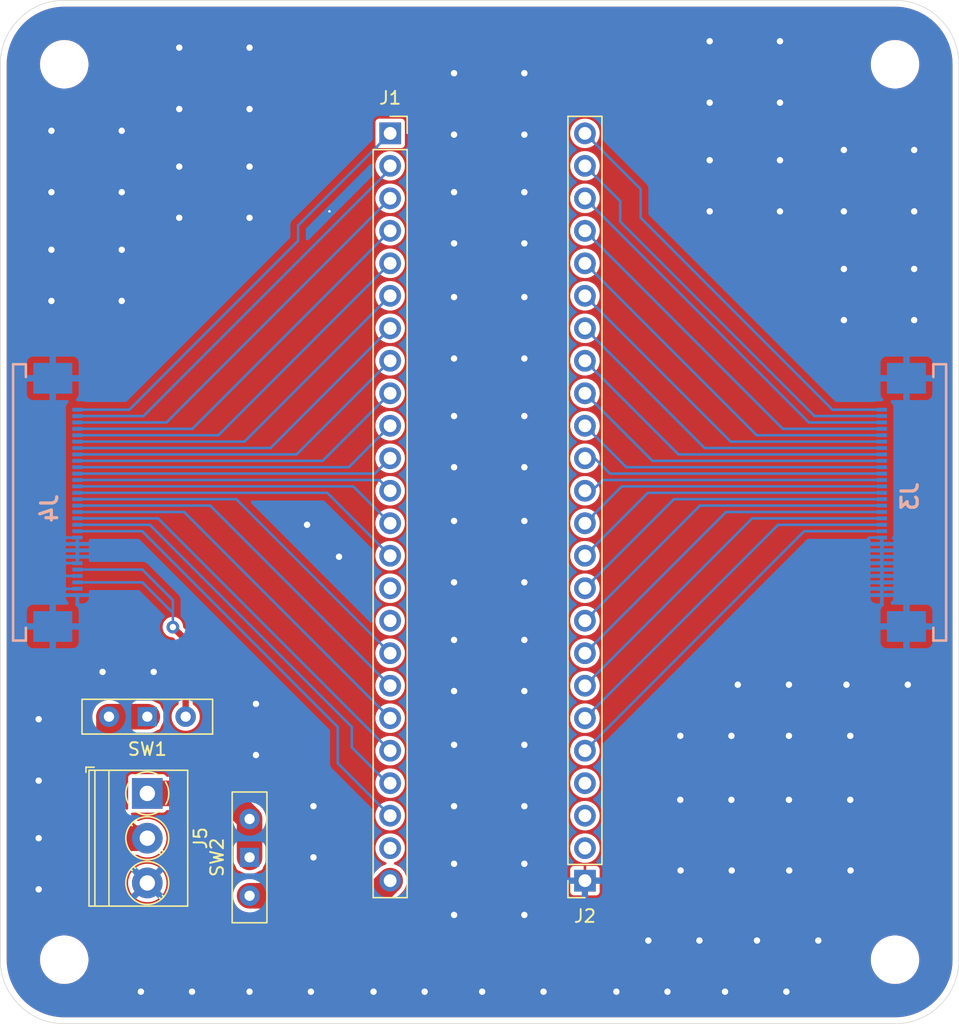
<source format=kicad_pcb>
(kicad_pcb (version 20240108) (generator "pcbnew") (generator_version "8.0")
  (layers (0 "F.Cu" signal) (31 "B.Cu" signal) (34 "B.Paste" user) (35 "F.Paste" user) (36 "B.SilkS" user "B.Silkscreen") (37 "F.SilkS" user "F.Silkscreen") (38 "B.Mask" user) (39 "F.Mask" user) (44 "Edge.Cuts" user))
  (net 0 "")
  (net 1 "/SDA12")
  (net 2 "/SCL10")
  (net 3 "/VCCF")
  (net 4 "/INT5")
  (net 5 "/SDA9")
  (net 6 "/SCL9")
  (net 7 "/SDA15")
  (net 8 "/SDA11")
  (net 9 "/SDA10")
  (net 10 "/SDA14")
  (net 11 "/SCL15")
  (net 12 "/SCL14")
  (net 13 "/SCL11")
  (net 14 "/SCL16")
  (net 15 "/SDA16")
  (net 17 "/INT8")
  (net 18 "/SCL13")
  (net 19 "/SDA13")
  (net 20 "/SCL12")
  (net 21 "/INT6")
  (net 23 "/INT7")
  (net 24 "/SCL6")
  (net 25 "/SCL2")
  (net 26 "/INT4")
  (net 27 "/SDA2")
  (net 28 "/SDA8")
  (net 29 "/SDA6")
  (net 32 "/GND")
  (net 33 "/SCL7")
  (net 34 "/SDA1")
  (net 35 "/SCL3")
  (net 36 "/SCL5")
  (net 37 "/SCL1")
  (net 38 "/INT3")
  (net 40 "/SCL8")
  (net 41 "/INT1")
  (net 42 "/SCL4")
  (net 43 "/SDA7")
  (net 44 "/SDA3")
  (net 45 "/INT2")
  (net 46 "/SDA4")
  (net 47 "/SDA5")
  (net 48 "/VCCS")
  (net 50 "/VCC5")
  (net 51 "/VCC3V3")
  (footprint "Connector_PinSocket_2.54mm:PinSocket_1x24_P2.54mm_Vertical" (layer "F.Cu") (at 54 25.4)
    (property "Reference" "J1" (at 0 -2.77 0) (layer "F.SilkS"))
    (property "Value" "~")
    (fp_line (start -1.33 1.27) (end -1.33 59.75) (stroke (width 0.12)) (layer "F.SilkS"))
    (fp_line (start -1.33 1.27) (end 1.33 1.27) (stroke (width 0.12)) (layer "F.SilkS"))
    (fp_line (start -1.33 59.75) (end 1.33 59.75) (stroke (width 0.12)) (layer "F.SilkS"))
    (fp_line (start 0 -1.33) (end 1.33 -1.33) (stroke (width 0.12)) (layer "F.SilkS"))
    (fp_line (start 1.33 -1.33) (end 1.33 0) (stroke (width 0.12)) (layer "F.SilkS"))
    (fp_line (start 1.33 1.27) (end 1.33 59.75) (stroke (width 0.12)) (layer "F.SilkS"))
    (pad "1" thru_hole rect (at 0 0) (size 1.7 1.7) (drill 1) (layers "*.Cu" "*.Mask") (net 4 "/INT5"))
    (pad "2" thru_hole oval (at 0 2.54) (size 1.7 1.7) (drill 1) (layers "*.Cu" "*.Mask") (net 6 "/SCL9"))
    (pad "3" thru_hole oval (at 0 5.08) (size 1.7 1.7) (drill 1) (layers "*.Cu" "*.Mask") (net 5 "/SDA9"))
    (pad "4" thru_hole oval (at 0 7.62) (size 1.7 1.7) (drill 1) (layers "*.Cu" "*.Mask") (net 2 "/SCL10"))
    (pad "5" thru_hole oval (at 0 10.16) (size 1.7 1.7) (drill 1) (layers "*.Cu" "*.Mask") (net 9 "/SDA10"))
    (pad "6" thru_hole oval (at 0 12.7) (size 1.7 1.7) (drill 1) (layers "*.Cu" "*.Mask") (net 21 "/INT6"))
    (pad "7" thru_hole oval (at 0 15.24) (size 1.7 1.7) (drill 1) (layers "*.Cu" "*.Mask") (net 13 "/SCL11"))
    (pad "8" thru_hole oval (at 0 17.78) (size 1.7 1.7) (drill 1) (layers "*.Cu" "*.Mask") (net 8 "/SDA11"))
    (pad "9" thru_hole oval (at 0 20.32) (size 1.7 1.7) (drill 1) (layers "*.Cu" "*.Mask") (net 20 "/SCL12"))
    (pad "10" thru_hole oval (at 0 22.86) (size 1.7 1.7) (drill 1) (layers "*.Cu" "*.Mask") (net 1 "/SDA12"))
    (pad "11" thru_hole oval (at 0 25.4) (size 1.7 1.7) (drill 1) (layers "*.Cu" "*.Mask") (net 23 "/INT7"))
    (pad "12" thru_hole oval (at 0 27.94) (size 1.7 1.7) (drill 1) (layers "*.Cu" "*.Mask") (net 18 "/SCL13"))
    (pad "13" thru_hole oval (at 0 30.48) (size 1.7 1.7) (drill 1) (layers "*.Cu" "*.Mask") (net 19 "/SDA13"))
    (pad "14" thru_hole oval (at 0 33.02) (size 1.7 1.7) (drill 1) (layers "*.Cu" "*.Mask") (net 12 "/SCL14"))
    (pad "15" thru_hole oval (at 0 35.56) (size 1.7 1.7) (drill 1) (layers "*.Cu" "*.Mask"))
    (pad "16" thru_hole oval (at 0 38.1) (size 1.7 1.7) (drill 1) (layers "*.Cu" "*.Mask"))
    (pad "17" thru_hole oval (at 0 40.64) (size 1.7 1.7) (drill 1) (layers "*.Cu" "*.Mask") (net 10 "/SDA14"))
    (pad "18" thru_hole oval (at 0 43.18) (size 1.7 1.7) (drill 1) (layers "*.Cu" "*.Mask") (net 17 "/INT8"))
    (pad "19" thru_hole oval (at 0 45.72) (size 1.7 1.7) (drill 1) (layers "*.Cu" "*.Mask") (net 11 "/SCL15"))
    (pad "20" thru_hole oval (at 0 48.26) (size 1.7 1.7) (drill 1) (layers "*.Cu" "*.Mask") (net 7 "/SDA15"))
    (pad "21" thru_hole oval (at 0 50.8) (size 1.7 1.7) (drill 1) (layers "*.Cu" "*.Mask") (net 14 "/SCL16"))
    (pad "22" thru_hole oval (at 0 53.34) (size 1.7 1.7) (drill 1) (layers "*.Cu" "*.Mask") (net 15 "/SDA16"))
    (pad "23" thru_hole oval (at 0 55.88) (size 1.7 1.7) (drill 1) (layers "*.Cu" "*.Mask"))
    (pad "24" thru_hole oval (at 0 58.42) (size 1.7 1.7) (drill 1) (layers "*.Cu" "*.Mask") (net 3 "/VCCF"))
  )
  (footprint "MountingHole:MountingHole_3.2mm_M3" (layer "F.Cu") (at 28.5 90)
    (property "Reference" "REF**" (hide yes))
    (property "Value" "MountingHole_3.2mm_M3" (hide yes))
    (pad "" np_thru_hole circle (at 0 0) (size 3.2 3.2) (drill 3.2) (layers "*.Cu" "*.Mask"))
  )
  (footprint "MountingHole:MountingHole_3.2mm_M3" (layer "F.Cu") (at 93.5 20)
    (property "Reference" "REF**" (hide yes))
    (property "Value" "MountingHole_3.2mm_M3" (hide yes))
    (pad "" np_thru_hole circle (at 0 0) (size 3.2 3.2) (drill 3.2) (layers "*.Cu" "*.Mask"))
  )
  (footprint "MountingHole:MountingHole_3.2mm_M3" (layer "F.Cu") (at 28.5 20)
    (property "Reference" "REF**" (hide yes))
    (property "Value" "MountingHole_3.2mm_M3" (hide yes))
    (pad "" np_thru_hole circle (at 0 0) (size 3.2 3.2) (drill 3.2) (layers "*.Cu" "*.Mask"))
  )
  (footprint "MountingHole:MountingHole_3.2mm_M3" (layer "F.Cu") (at 93.5 90)
    (property "Reference" "REF**" (hide yes))
    (property "Value" "MountingHole_3.2mm_M3" (hide yes))
    (pad "" np_thru_hole circle (at 0 0) (size 3.2 3.2) (drill 3.2) (layers "*.Cu" "*.Mask"))
  )
  (footprint "Connector_PinSocket_2.54mm:PinSocket_1x24_P2.54mm_Vertical" (layer "F.Cu") (at 69.2404 83.82 180)
    (property "Reference" "J2" (at 0 -2.77 0) (layer "F.SilkS"))
    (property "Value" "Conn_01x24_Socket" (hide yes))
    (fp_line (start 1.33 1.27) (end 1.33 59.75) (stroke (width 0.12)) (layer "F.SilkS"))
    (fp_line (start 1.33 -1.33) (end 1.33 0) (stroke (width 0.12)) (layer "F.SilkS"))
    (fp_line (start 0 -1.33) (end 1.33 -1.33) (stroke (width 0.12)) (layer "F.SilkS"))
    (fp_line (start -1.33 59.75) (end 1.33 59.75) (stroke (width 0.12)) (layer "F.SilkS"))
    (fp_line (start -1.33 1.27) (end 1.33 1.27) (stroke (width 0.12)) (layer "F.SilkS"))
    (fp_line (start -1.33 1.27) (end -1.33 59.75) (stroke (width 0.12)) (layer "F.SilkS"))
    (pad "1" thru_hole rect (at 0 0 180) (size 1.7 1.7) (drill 1) (layers "*.Cu" "*.Mask") (net 32 "/GND"))
    (pad "2" thru_hole oval (at 0 2.54 180) (size 1.7 1.7) (drill 1) (layers "*.Cu" "*.Mask"))
    (pad "3" thru_hole oval (at 0 5.08 180) (size 1.7 1.7) (drill 1) (layers "*.Cu" "*.Mask"))
    (pad "4" thru_hole oval (at 0 7.62 180) (size 1.7 1.7) (drill 1) (layers "*.Cu" "*.Mask"))
    (pad "5" thru_hole oval (at 0 10.16 180) (size 1.7 1.7) (drill 1) (layers "*.Cu" "*.Mask") (net 28 "/SDA8"))
    (pad "6" thru_hole oval (at 0 12.7 180) (size 1.7 1.7) (drill 1) (layers "*.Cu" "*.Mask") (net 40 "/SCL8"))
    (pad "7" thru_hole oval (at 0 15.24 180) (size 1.7 1.7) (drill 1) (layers "*.Cu" "*.Mask") (net 43 "/SDA7"))
    (pad "8" thru_hole oval (at 0 17.78 180) (size 1.7 1.7) (drill 1) (layers "*.Cu" "*.Mask") (net 33 "/SCL7"))
    (pad "9" thru_hole oval (at 0 20.32 180) (size 1.7 1.7) (drill 1) (layers "*.Cu" "*.Mask") (net 26 "/INT4"))
    (pad "10" thru_hole oval (at 0 22.86 180) (size 1.7 1.7) (drill 1) (layers "*.Cu" "*.Mask") (net 29 "/SDA6"))
    (pad "11" thru_hole oval (at 0 25.4 180) (size 1.7 1.7) (drill 1) (layers "*.Cu" "*.Mask") (net 24 "/SCL6"))
    (pad "12" thru_hole oval (at 0 27.94 180) (size 1.7 1.7) (drill 1) (layers "*.Cu" "*.Mask") (net 47 "/SDA5"))
    (pad "13" thru_hole oval (at 0 30.48 180) (size 1.7 1.7) (drill 1) (layers "*.Cu" "*.Mask") (net 36 "/SCL5"))
    (pad "14" thru_hole oval (at 0 33.02 180) (size 1.7 1.7) (drill 1) (layers "*.Cu" "*.Mask") (net 38 "/INT3"))
    (pad "15" thru_hole oval (at 0 35.56 180) (size 1.7 1.7) (drill 1) (layers "*.Cu" "*.Mask") (net 46 "/SDA4"))
    (pad "16" thru_hole oval (at 0 38.1 180) (size 1.7 1.7) (drill 1) (layers "*.Cu" "*.Mask") (net 42 "/SCL4"))
    (pad "17" thru_hole oval (at 0 40.64 180) (size 1.7 1.7) (drill 1) (layers "*.Cu" "*.Mask") (net 44 "/SDA3"))
    (pad "18" thru_hole oval (at 0 43.18 180) (size 1.7 1.7) (drill 1) (layers "*.Cu" "*.Mask") (net 35 "/SCL3"))
    (pad "19" thru_hole oval (at 0 45.72 180) (size 1.7 1.7) (drill 1) (layers "*.Cu" "*.Mask") (net 45 "/INT2"))
    (pad "20" thru_hole oval (at 0 48.26 180) (size 1.7 1.7) (drill 1) (layers "*.Cu" "*.Mask") (net 27 "/SDA2"))
    (pad "21" thru_hole oval (at 0 50.8 180) (size 1.7 1.7) (drill 1) (layers "*.Cu" "*.Mask") (net 25 "/SCL2"))
    (pad "22" thru_hole oval (at 0 53.34 180) (size 1.7 1.7) (drill 1) (layers "*.Cu" "*.Mask") (net 34 "/SDA1"))
    (pad "23" thru_hole oval (at 0 55.88 180) (size 1.7 1.7) (drill 1) (layers "*.Cu" "*.Mask") (net 37 "/SCL1"))
    (pad "24" thru_hole oval (at 0 58.42 180) (size 1.7 1.7) (drill 1) (layers "*.Cu" "*.Mask") (net 41 "/INT1"))
  )
  (footprint "Custom_Switches:SPDT Switch 3 mm" (layer "F.Cu") (at 43 82 90)
    (property "Reference" "SW2" (at 0 -2.54 90) (layer "F.SilkS"))
    (property "Value" "FPGA PWR")
    (fp_rect (start -5.11 -1.36) (end 5.11 1.36) (stroke (width 0.12)) (fill none) (layer "F.SilkS"))
    (pad "1" thru_hole rect (at 0 0 90) (size 1.5 1.5) (drill 0.8) (layers "*.Cu" "*.Mask") (net 50 "/VCC5"))
    (pad "2" thru_hole circle (at -3 0 90) (size 1.6 1.6) (drill 0.8) (layers "*.Cu" "*.Mask") (net 3 "/VCCF"))
    (pad "3" thru_hole circle (at 3 0 90) (size 1.6 1.6) (drill 0.8) (layers "*.Cu" "*.Mask") (net 50 "/VCC5"))
  )
  (footprint "TerminalBlock_Phoenix:TerminalBlock_Phoenix_PT-1,5-3-3.5-H_1x03_P3.50mm_Horizontal" (layer "F.Cu") (at 35 77 -90)
    (property "Reference" "J5" (at 3.5 -4.16 -90) (layer "F.SilkS"))
    (property "Value" "PWR")
    (fp_line (start -2.05 4.8) (end -1.65 4.8) (stroke (width 0.12)) (layer "F.SilkS"))
    (fp_line (start -1.81 4.56) (end 8.81 4.56) (stroke (width 0.12)) (layer "F.SilkS"))
    (fp_line (start -2.05 4.16) (end -2.05 4.8) (stroke (width 0.12)) (layer "F.SilkS"))
    (fp_line (start -1.81 4.1) (end 8.81 4.1) (stroke (width 0.12)) (layer "F.SilkS"))
    (fp_line (start -1.81 3) (end 8.81 3) (stroke (width 0.12)) (layer "F.SilkS"))
    (fp_line (start 2.525 1.181) (end 2.431 1.274) (stroke (width 0.12)) (layer "F.SilkS"))
    (fp_line (start 6.025 1.181) (end 5.931 1.274) (stroke (width 0.12)) (layer "F.SilkS"))
    (fp_line (start 2.355 0.941) (end 2.226 1.069) (stroke (width 0.12)) (layer "F.SilkS"))
    (fp_line (start 5.855 0.941) (end 5.726 1.069) (stroke (width 0.12)) (layer "F.SilkS"))
    (fp_line (start 4.775 -1.069) (end 4.646 -0.941) (stroke (width 0.12)) (layer "F.SilkS"))
    (fp_line (start 8.275 -1.069) (end 8.146 -0.941) (stroke (width 0.12)) (layer "F.SilkS"))
    (fp_line (start 4.57 -1.275) (end 4.476 -1.181) (stroke (width 0.12)) (layer "F.SilkS"))
    (fp_line (start 8.07 -1.275) (end 7.976 -1.181) (stroke (width 0.12)) (layer "F.SilkS"))
    (fp_line (start -1.81 -3.16) (end -1.81 4.56) (stroke (width 0.12)) (layer "F.SilkS"))
    (fp_line (start -1.81 -3.16) (end 8.81 -3.16) (stroke (width 0.12)) (layer "F.SilkS"))
    (fp_line (start 8.81 -3.16) (end 8.81 4.56) (stroke (width 0.12)) (layer "F.SilkS"))
    (fp_arc (start 0.028674 1.680099) (mid -0.435535 1.622918) (end -0.866 1.44) (stroke (width 0.12)) (layer "F.SilkS"))
    (fp_arc (start 0.890264 1.424721) (mid 0.463071 1.61492) (end 0 1.68) (stroke (width 0.12)) (layer "F.SilkS"))
    (fp_arc (start -1.425358 0.889894) (mid -1.680286 0.014012) (end -1.44 -0.866) (stroke (width 0.12)) (layer "F.SilkS"))
    (fp_arc (start 1.425504 -0.890193) (mid 1.680626 0.000476) (end 1.425 0.891) (stroke (width 0.12)) (layer "F.SilkS"))
    (fp_arc (start -0.889894 -1.425358) (mid -0.014012 -1.680286) (end 0.866 -1.44) (stroke (width 0.12)) (layer "F.SilkS"))
    (fp_circle (center 3.5 0) (end 5.18 0) (stroke (width 0.12)) (fill none) (layer "F.SilkS"))
    (fp_circle (center 7 0) (end 8.68 0) (stroke (width 0.12)) (fill none) (layer "F.SilkS"))
    (pad "1" thru_hole rect (at 0 0 270) (size 2.4 2.4) (drill 1.2) (layers "*.Cu" "*.Mask") (net 50 "/VCC5"))
    (pad "2" thru_hole circle (at 3.5 0 270) (size 2.4 2.4) (drill 1.2) (layers "*.Cu" "*.Mask") (net 51 "/VCC3V3"))
    (pad "3" thru_hole circle (at 7 0 270) (size 2.4 2.4) (drill 1.2) (layers "*.Cu" "*.Mask") (net 32 "/GND"))
  )
  (footprint "Custom_Switches:SPDT Switch 3 mm" (layer "F.Cu") (at 35 71 180)
    (property "Reference" "SW1" (at 0 -2.54 0) (layer "F.SilkS"))
    (property "Value" "Sensor PWR")
    (fp_rect (start -5.11 -1.36) (end 5.11 1.36) (stroke (width 0.12)) (fill none) (layer "F.SilkS"))
    (pad "1" thru_hole rect (at 0 0 180) (size 1.5 1.5) (drill 0.8) (layers "*.Cu" "*.Mask") (net 51 "/VCC3V3"))
    (pad "2" thru_hole circle (at -3 0 180) (size 1.6 1.6) (drill 0.8) (layers "*.Cu" "*.Mask") (net 48 "/VCCS"))
    (pad "3" thru_hole circle (at 3 0 180) (size 1.6 1.6) (drill 0.8) (layers "*.Cu" "*.Mask") (net 51 "/VCC3V3"))
  )
  (footprint "Conn_Molex:52435-3071" (layer "B.Cu") (at 93 54.25 -90)
    (property "Reference" "J3" (at -0.47 -1.66 90) (layer "B.SilkS") (effects (font (size 1.27 1.27) (thickness 0.254)) (justify mirror)))
    (property "Value" "Conn_01x32_Pin" (hide yes))
    (fp_line (start -10.8 -3.5) (end -9.8 -3.5) (stroke (width 0.2)) (layer "B.SilkS"))
    (fp_line (start 9.8 -3.5) (end 10.8 -3.5) (stroke (width 0.2)) (layer "B.SilkS"))
    (fp_line (start 10.8 -3.5) (end 10.8 -4.5) (stroke (width 0.2)) (layer "B.SilkS"))
    (fp_line (start -10.8 -4.5) (end -10.8 -3.5) (stroke (width 0.2)) (layer "B.SilkS"))
    (fp_line (start 10.8 -4.5) (end -10.8 -4.5) (stroke (width 0.2)) (layer "B.SilkS"))
    (pad "1" smd rect (at -7.25 0.53 270) (size 0.3 0.8) (layers "B.Cu" "B.Paste" "B.Mask") (net 41 "/INT1"))
    (pad "2" smd rect (at -6.75 0.53 270) (size 0.3 0.8) (layers "B.Cu" "B.Paste" "B.Mask") (net 37 "/SCL1"))
    (pad "3" smd rect (at -6.25 0.53 270) (size 0.3 0.8) (layers "B.Cu" "B.Paste" "B.Mask") (net 34 "/SDA1"))
    (pad "4" smd rect (at -5.75 0.53 270) (size 0.3 0.8) (layers "B.Cu" "B.Paste" "B.Mask") (net 25 "/SCL2"))
    (pad "5" smd rect (at -5.25 0.53 270) (size 0.3 0.8) (layers "B.Cu" "B.Paste" "B.Mask") (net 27 "/SDA2"))
    (pad "6" smd rect (at -4.75 0.53 270) (size 0.3 0.8) (layers "B.Cu" "B.Paste" "B.Mask") (net 45 "/INT2"))
    (pad "7" smd rect (at -4.25 0.53 270) (size 0.3 0.8) (layers "B.Cu" "B.Paste" "B.Mask") (net 35 "/SCL3"))
    (pad "8" smd rect (at -3.75 0.53 270) (size 0.3 0.8) (layers "B.Cu" "B.Paste" "B.Mask") (net 44 "/SDA3"))
    (pad "9" smd rect (at -3.25 0.53 270) (size 0.3 0.8) (layers "B.Cu" "B.Paste" "B.Mask") (net 42 "/SCL4"))
    (pad "10" smd rect (at -2.75 0.53 270) (size 0.3 0.8) (layers "B.Cu" "B.Paste" "B.Mask") (net 46 "/SDA4"))
    (pad "11" smd rect (at -2.25 0.53 270) (size 0.3 0.8) (layers "B.Cu" "B.Paste" "B.Mask") (net 38 "/INT3"))
    (pad "12" smd rect (at -1.75 0.53 270) (size 0.3 0.8) (layers "B.Cu" "B.Paste" "B.Mask") (net 36 "/SCL5"))
    (pad "13" smd rect (at -1.25 0.53 270) (size 0.3 0.8) (layers "B.Cu" "B.Paste" "B.Mask") (net 47 "/SDA5"))
    (pad "14" smd rect (at -0.75 0.53 270) (size 0.3 0.8) (layers "B.Cu" "B.Paste" "B.Mask") (net 24 "/SCL6"))
    (pad "15" smd rect (at -0.25 0.53 270) (size 0.3 0.8) (layers "B.Cu" "B.Paste" "B.Mask") (net 29 "/SDA6"))
    (pad "16" smd rect (at 0.25 0.53 270) (size 0.3 0.8) (layers "B.Cu" "B.Paste" "B.Mask") (net 26 "/INT4"))
    (pad "17" smd rect (at 0.75 0.53 270) (size 0.3 0.8) (layers "B.Cu" "B.Paste" "B.Mask") (net 33 "/SCL7"))
    (pad "18" smd rect (at 1.25 0.53 270) (size 0.3 0.8) (layers "B.Cu" "B.Paste" "B.Mask") (net 43 "/SDA7"))
    (pad "19" smd rect (at 1.75 0.53 270) (size 0.3 0.8) (layers "B.Cu" "B.Paste" "B.Mask") (net 40 "/SCL8"))
    (pad "20" smd rect (at 2.25 0.53 270) (size 0.3 0.8) (layers "B.Cu" "B.Paste" "B.Mask") (net 28 "/SDA8"))
    (pad "21" smd rect (at 2.75 0.53 270) (size 0.3 0.8) (layers "B.Cu" "B.Paste" "B.Mask") (net 32 "/GND"))
    (pad "22" smd rect (at 3.25 0.53 270) (size 0.3 0.8) (layers "B.Cu" "B.Paste" "B.Mask") (net 32 "/GND"))
    (pad "23" smd rect (at 3.75 0.53 270) (size 0.3 0.8) (layers "B.Cu" "B.Paste" "B.Mask") (net 32 "/GND"))
    (pad "24" smd rect (at 4.25 0.53 270) (size 0.3 0.8) (layers "B.Cu" "B.Paste" "B.Mask") (net 32 "/GND"))
    (pad "25" smd rect (at 4.75 0.53 270) (size 0.3 0.8) (layers "B.Cu" "B.Paste" "B.Mask") (net 32 "/GND"))
    (pad "26" smd rect (at 5.25 0.53 270) (size 0.3 0.8) (layers "B.Cu" "B.Paste" "B.Mask") (net 32 "/GND"))
    (pad "27" smd rect (at 5.75 0.53 270) (size 0.3 0.8) (layers "B.Cu" "B.Paste" "B.Mask") (net 32 "/GND"))
    (pad "28" smd rect (at 6.25 0.53 270) (size 0.3 0.8) (layers "B.Cu" "B.Paste" "B.Mask") (net 32 "/GND"))
    (pad "29" smd rect (at 6.75 0.53 270) (size 0.3 0.8) (layers "B.Cu" "B.Paste" "B.Mask") (net 32 "/GND"))
    (pad "30" smd rect (at 7.25 0.53 270) (size 0.3 0.8) (layers "B.Cu" "B.Paste" "B.Mask") (net 32 "/GND"))
    (pad "31" smd rect (at -9.7 -1.395 270) (size 2.4 3.05) (layers "B.Cu" "B.Paste" "B.Mask") (net 32 "/GND"))
    (pad "32" smd rect (at 9.7 -1.395 270) (size 2.4 3.05) (layers "B.Cu" "B.Paste" "B.Mask") (net 32 "/GND"))
  )
  (footprint "Conn_Molex:52435-3071" (layer "B.Cu") (at 29 54.25 90)
    (property "Reference" "J4" (at -0.47 -1.66 90) (layer "B.SilkS") (effects (font (size 1.27 1.27) (thickness 0.254)) (justify mirror)))
    (property "Value" "Conn_01x32_Pin" (hide yes))
    (fp_line (start 10.8 -4.5) (end -10.8 -4.5) (stroke (width 0.2)) (layer "B.SilkS"))
    (fp_line (start -10.8 -4.5) (end -10.8 -3.5) (stroke (width 0.2)) (layer "B.SilkS"))
    (fp_line (start 10.8 -3.5) (end 10.8 -4.5) (stroke (width 0.2)) (layer "B.SilkS"))
    (fp_line (start 9.8 -3.5) (end 10.8 -3.5) (stroke (width 0.2)) (layer "B.SilkS"))
    (fp_line (start -10.8 -3.5) (end -9.8 -3.5) (stroke (width 0.2)) (layer "B.SilkS"))
    (pad "1" smd rect (at -7.25 0.53 90) (size 0.3 0.8) (layers "B.Cu" "B.Paste" "B.Mask") (net 32 "/GND"))
    (pad "2" smd rect (at -6.75 0.53 90) (size 0.3 0.8) (layers "B.Cu" "B.Paste" "B.Mask") (net 32 "/GND"))
    (pad "3" smd rect (at -6.25 0.53 90) (size 0.3 0.8) (layers "B.Cu" "B.Paste" "B.Mask") (net 48 "/VCCS"))
    (pad "4" smd rect (at -5.75 0.53 90) (size 0.3 0.8) (layers "B.Cu" "B.Paste" "B.Mask") (net 32 "/GND"))
    (pad "5" smd rect (at -5.25 0.53 90) (size 0.3 0.8) (layers "B.Cu" "B.Paste" "B.Mask") (net 48 "/VCCS"))
    (pad "6" smd rect (at -4.75 0.53 90) (size 0.3 0.8) (layers "B.Cu" "B.Paste" "B.Mask") (net 32 "/GND"))
    (pad "7" smd rect (at -4.25 0.53 90) (size 0.3 0.8) (layers "B.Cu" "B.Paste" "B.Mask") (net 32 "/GND"))
    (pad "8" smd rect (at -3.75 0.53 90) (size 0.3 0.8) (layers "B.Cu" "B.Paste" "B.Mask") (net 32 "/GND"))
    (pad "9" smd rect (at -3.25 0.53 90) (size 0.3 0.8) (layers "B.Cu" "B.Paste" "B.Mask") (net 32 "/GND"))
    (pad "10" smd rect (at -2.75 0.53 90) (size 0.3 0.8) (layers "B.Cu" "B.Paste" "B.Mask") (net 32 "/GND"))
    (pad "11" smd rect (at -2.25 0.53 90) (size 0.3 0.8) (layers "B.Cu" "B.Paste" "B.Mask") (net 15 "/SDA16"))
    (pad "12" smd rect (at -1.75 0.53 90) (size 0.3 0.8) (layers "B.Cu" "B.Paste" "B.Mask") (net 14 "/SCL16"))
    (pad "13" smd rect (at -1.25 0.53 90) (size 0.3 0.8) (layers "B.Cu" "B.Paste" "B.Mask") (net 7 "/SDA15"))
    (pad "14" smd rect (at -0.75 0.53 90) (size 0.3 0.8) (layers "B.Cu" "B.Paste" "B.Mask") (net 11 "/SCL15"))
    (pad "15" smd rect (at -0.25 0.53 90) (size 0.3 0.8) (layers "B.Cu" "B.Paste" "B.Mask") (net 17 "/INT8"))
    (pad "16" smd rect (at 0.25 0.53 90) (size 0.3 0.8) (layers "B.Cu" "B.Paste" "B.Mask") (net 10 "/SDA14"))
    (pad "17" smd rect (at 0.75 0.53 90) (size 0.3 0.8) (layers "B.Cu" "B.Paste" "B.Mask") (net 12 "/SCL14"))
    (pad "18" smd rect (at 1.25 0.53 90) (size 0.3 0.8) (layers "B.Cu" "B.Paste" "B.Mask") (net 19 "/SDA13"))
    (pad "19" smd rect (at 1.75 0.53 90) (size 0.3 0.8) (layers "B.Cu" "B.Paste" "B.Mask") (net 18 "/SCL13"))
    (pad "20" smd rect (at 2.25 0.53 90) (size 0.3 0.8) (layers "B.Cu" "B.Paste" "B.Mask") (net 23 "/INT7"))
    (pad "21" smd rect (at 2.75 0.53 90) (size 0.3 0.8) (layers "B.Cu" "B.Paste" "B.Mask") (net 1 "/SDA12"))
    (pad "22" smd rect (at 3.25 0.53 90) (size 0.3 0.8) (layers "B.Cu" "B.Paste" "B.Mask") (net 20 "/SCL12"))
    (pad "23" smd rect (at 3.75 0.53 90) (size 0.3 0.8) (layers "B.Cu" "B.Paste" "B.Mask") (net 8 "/SDA11"))
    (pad "24" smd rect (at 4.25 0.53 90) (size 0.3 0.8) (layers "B.Cu" "B.Paste" "B.Mask") (net 13 "/SCL11"))
    (pad "25" smd rect (at 4.75 0.53 90) (size 0.3 0.8) (layers "B.Cu" "B.Paste" "B.Mask") (net 21 "/INT6"))
    (pad "26" smd rect (at 5.25 0.53 90) (size 0.3 0.8) (layers "B.Cu" "B.Paste" "B.Mask") (net 9 "/SDA10"))
    (pad "27" smd rect (at 5.75 0.53 90) (size 0.3 0.8) (layers "B.Cu" "B.Paste" "B.Mask") (net 2 "/SCL10"))
    (pad "28" smd rect (at 6.25 0.53 90) (size 0.3 0.8) (layers "B.Cu" "B.Paste" "B.Mask") (net 5 "/SDA9"))
    (pad "29" smd rect (at 6.75 0.53 90) (size 0.3 0.8) (layers "B.Cu" "B.Paste" "B.Mask") (net 6 "/SCL9"))
    (pad "30" smd rect (at 7.25 0.53 90) (size 0.3 0.8) (layers "B.Cu" "B.Paste" "B.Mask") (net 4 "/INT5"))
    (pad "31" smd rect (at -9.7 -1.395 90) (size 2.4 3.05) (layers "B.Cu" "B.Paste" "B.Mask") (net 32 "/GND"))
    (pad "32" smd rect (at 9.7 -1.395 90) (size 2.4 3.05) (layers "B.Cu" "B.Paste" "B.Mask") (net 32 "/GND"))
  )
  (gr_arc (start 28.5 95) (mid 24.964466 93.535534) (end 23.5 90) (stroke (width 0.05)) (layer "Edge.Cuts"))
  (gr_arc (start 23.5 20) (mid 24.964466 16.464466) (end 28.5 15) (stroke (width 0.05)) (layer "Edge.Cuts"))
  (gr_arc (start 93.5 15) (mid 97.035534 16.464466) (end 98.5 20) (stroke (width 0.05)) (layer "Edge.Cuts"))
  (gr_line (start 98.5 20) (end 98.5 90) (stroke (width 0.05)) (layer "Edge.Cuts"))
  (gr_line (start 23.5 90) (end 23.5 20) (stroke (width 0.05)) (layer "Edge.Cuts"))
  (gr_arc (start 98.5 90) (mid 97.035534 93.535534) (end 93.5 95) (stroke (width 0.05)) (layer "Edge.Cuts"))
  (gr_line (start 28.5 15) (end 93.5 15) (stroke (width 0.05)) (layer "Edge.Cuts"))
  (gr_line (start 93.5 95) (end 28.5 95) (stroke (width 0.05)) (layer "Edge.Cuts"))
  (segment (start 50.76 51.5) (end 29.53 51.5) (width 0.2) (layer "B.Cu") (net 1))
  (segment (start 54 48.26) (end 50.76 51.5) (width 0.2) (layer "B.Cu") (net 1))
  (segment (start 38.52 48.5) (end 54 33.02) (width 0.2) (layer "B.Cu") (net 2))
  (segment (start 29.53 48.5) (end 38.52 48.5) (width 0.2) (layer "B.Cu") (net 2))
  (segment (start 43 85) (end 52.82 85) (width 2) (layer "F.Cu") (net 3))
  (segment (start 52.82 85) (end 54 83.82) (width 2) (layer "F.Cu") (net 3))
  (segment (start 46.8 33.8) (end 33.6 47) (width 0.2) (layer "B.Cu") (net 4))
  (segment (start 46.8 32.6) (end 46.8 33.8) (width 0.2) (layer "B.Cu") (net 4))
  (segment (start 33.6 47) (end 29.53 47) (width 0.2) (layer "B.Cu") (net 4))
  (segment (start 54 25.4) (end 46.8 32.6) (width 0.2) (layer "B.Cu") (net 4))
  (segment (start 54 30.5) (end 54 30.48) (width 0.2) (layer "B.Cu") (net 5))
  (segment (start 29.53 48) (end 36.5 48) (width 0.2) (layer "B.Cu") (net 5))
  (segment (start 36.5 48) (end 54 30.5) (width 0.2) (layer "B.Cu") (net 5))
  (segment (start 29.53 47.5) (end 34.7 47.5) (width 0.2) (layer "B.Cu") (net 6))
  (segment (start 34.7 47.5) (end 54 28.2) (width 0.2) (layer "B.Cu") (net 6))
  (segment (start 54 28.2) (end 54 27.94) (width 0.2) (layer "B.Cu") (net 6))
  (segment (start 35.84 55.5) (end 29.53 55.5) (width 0.2) (layer "B.Cu") (net 7))
  (segment (start 54 73.66) (end 35.84 55.5) (width 0.2) (layer "B.Cu") (net 7))
  (segment (start 46.68 50.5) (end 29.53 50.5) (width 0.2) (layer "B.Cu") (net 8))
  (segment (start 54 43.18) (end 46.68 50.5) (width 0.2) (layer "B.Cu") (net 8))
  (segment (start 40.56 49) (end 54 35.56) (width 0.2) (layer "B.Cu") (net 9))
  (segment (start 29.53 49) (end 40.56 49) (width 0.2) (layer "B.Cu") (net 9))
  (segment (start 41.96 54) (end 29.53 54) (width 0.2) (layer "B.Cu") (net 10))
  (segment (start 54 66.04) (end 41.96 54) (width 0.2) (layer "B.Cu") (net 10))
  (segment (start 37.88 55) (end 29.53 55) (width 0.2) (layer "B.Cu") (net 11))
  (segment (start 54 71.12) (end 37.88 55) (width 0.2) (layer "B.Cu") (net 11))
  (segment (start 49.08 53.5) (end 29.53 53.5) (width 0.2) (layer "B.Cu") (net 12))
  (segment (start 54 58.42) (end 49.08 53.5) (width 0.2) (layer "B.Cu") (net 12))
  (segment (start 44.64 50) (end 29.53 50) (width 0.2) (layer "B.Cu") (net 13))
  (segment (start 54 40.64) (end 44.64 50) (width 0.2) (layer "B.Cu") (net 13))
  (segment (start 29.53 56) (end 35.2 56) (width 0.2) (layer "B.Cu") (net 14))
  (segment (start 51 73.4) (end 53.8 76.2) (width 0.2) (layer "B.Cu") (net 14))
  (segment (start 51 71.8) (end 51 73.4) (width 0.2) (layer "B.Cu") (net 14))
  (segment (start 53.8 76.2) (end 54 76.2) (width 0.2) (layer "B.Cu") (net 14))
  (segment (start 35.2 56) (end 51 71.8) (width 0.2) (layer "B.Cu") (net 14))
  (segment (start 49.9 71.8) (end 34.6 56.5) (width 0.2) (layer "B.Cu") (net 15))
  (segment (start 34.6 56.5) (end 29.53 56.5) (width 0.2) (layer "B.Cu") (net 15))
  (segment (start 49.9 74.64) (end 49.9 71.8) (width 0.2) (layer "B.Cu") (net 15))
  (segment (start 54 78.74) (end 49.9 74.64) (width 0.2) (layer "B.Cu") (net 15))
  (segment (start 54 68.58) (end 39.92 54.5) (width 0.2) (layer "B.Cu") (net 17))
  (segment (start 39.92 54.5) (end 29.53 54.5) (width 0.2) (layer "B.Cu") (net 17))
  (segment (start 54 53.34) (end 53.16 52.5) (width 0.2) (layer "B.Cu") (net 18))
  (segment (start 53.16 52.5) (end 29.53 52.5) (width 0.2) (layer "B.Cu") (net 18))
  (segment (start 54 55.88) (end 51.12 53) (width 0.2) (layer "B.Cu") (net 19))
  (segment (start 51.12 53) (end 29.53 53) (width 0.2) (layer "B.Cu") (net 19))
  (segment (start 48.72 51) (end 29.53 51) (width 0.2) (layer "B.Cu") (net 20))
  (segment (start 54 45.72) (end 48.72 51) (width 0.2) (layer "B.Cu") (net 20))
  (segment (start 54 38.1) (end 42.6 49.5) (width 0.2) (layer "B.Cu") (net 21))
  (segment (start 42.6 49.5) (end 29.53 49.5) (width 0.2) (layer "B.Cu") (net 21))
  (segment (start 52.8 52) (end 29.53 52) (width 0.2) (layer "B.Cu") (net 23))
  (segment (start 54 50.8) (end 52.8 52) (width 0.2) (layer "B.Cu") (net 23))
  (segment (start 74.16 53.5) (end 92.47 53.5) (width 0.2) (layer "B.Cu") (net 24))
  (segment (start 69.9008 58.3184) (end 69.9008 57.7592) (width 0.2) (layer "B.Cu") (net 24))
  (segment (start 69.9008 57.7592) (end 74.16 53.5) (width 0.2) (layer "B.Cu") (net 24))
  (segment (start 69.9008 32.9184) (end 69.9008 33.6808) (width 0.2) (layer "B.Cu") (net 25))
  (segment (start 84.72 48.5) (end 92.47 48.5) (width 0.2) (layer "B.Cu") (net 25))
  (segment (start 69.9008 33.6808) (end 84.72 48.5) (width 0.2) (layer "B.Cu") (net 25))
  (segment (start 69.9008 62.8392) (end 78.24 54.5) (width 0.2) (layer "B.Cu") (net 26))
  (segment (start 69.9008 63.3984) (end 69.9008 62.8392) (width 0.2) (layer "B.Cu") (net 26))
  (segment (start 78.24 54.5) (end 92.47 54.5) (width 0.2) (layer "B.Cu") (net 26))
  (segment (start 69.9008 35.4584) (end 69.9008 36.2208) (width 0.2) (layer "B.Cu") (net 27))
  (segment (start 69.9008 36.2208) (end 82.68 49) (width 0.2) (layer "B.Cu") (net 27))
  (segment (start 82.68 49) (end 92.47 49) (width 0.2) (layer "B.Cu") (net 27))
  (segment (start 69.9008 72.9992) (end 86.4 56.5) (width 0.2) (layer "B.Cu") (net 28))
  (segment (start 69.9008 73.5584) (end 69.9008 72.9992) (width 0.2) (layer "B.Cu") (net 28))
  (segment (start 86.4 56.5) (end 92.47 56.5) (width 0.2) (layer "B.Cu") (net 28))
  (segment (start 76.2 54) (end 92.47 54) (width 0.2) (layer "B.Cu") (net 29))
  (segment (start 69.9008 60.2992) (end 76.2 54) (width 0.2) (layer "B.Cu") (net 29))
  (segment (start 69.9008 60.8584) (end 69.9008 60.2992) (width 0.2) (layer "B.Cu") (net 29))
  (via (at 49.25 31.5) (size 0.4) (drill 0.2) (layers "F.Cu" "B.Cu") (net 32))
  (via (at 34.5 92.5) (size 1) (drill 0.5) (layers "F.Cu" "B.Cu") (net 32))
  (via (at 64.5 73.2) (size 1) (drill 0.5) (layers "F.Cu" "B.Cu") (net 32))
  (via (at 90 77.5) (size 1) (drill 0.5) (layers "F.Cu" "B.Cu") (net 32))
  (via (at 59 38.2) (size 1) (drill 0.5) (layers "F.Cu" "B.Cu") (net 32))
  (via (at 27.5 30) (size 1) (drill 0.5) (layers "F.Cu" "B.Cu") (net 32))
  (via (at 95 31.5) (size 1) (drill 0.5) (layers "F.Cu" "B.Cu") (net 32))
  (via (at 33 30) (size 1) (drill 0.5) (layers "F.Cu" "B.Cu") (net 32))
  (via (at 27.5 34.5) (size 1) (drill 0.5) (layers "F.Cu" "B.Cu") (net 32))
  (via (at 59 69) (size 1) (drill 0.5) (layers "F.Cu" "B.Cu") (net 32))
  (via (at 59 47.5) (size 1) (drill 0.5) (layers "F.Cu" "B.Cu") (net 32))
  (via (at 61.2 92.5) (size 1) (drill 0.5) (layers "F.Cu" "B.Cu") (net 32))
  (via (at 79 23) (size 1) (drill 0.5) (layers "F.Cu" "B.Cu") (net 32))
  (via (at 75.7 92.5) (size 1) (drill 0.5) (layers "F.Cu" "B.Cu") (net 32))
  (via (at 64.5 38.2) (size 1) (drill 0.5) (layers "F.Cu" "B.Cu") (net 32))
  (via (at 64.5 34) (size 1) (drill 0.5) (layers "F.Cu" "B.Cu") (net 32))
  (via (at 59 55.7) (size 1) (drill 0.5) (layers "F.Cu" "B.Cu") (net 32))
  (via (at 95 26.7) (size 1) (drill 0.5) (layers "F.Cu" "B.Cu") (net 32))
  (via (at 80.7 72.5) (size 1) (drill 0.5) (layers "F.Cu" "B.Cu") (net 32))
  (via (at 43 92.5) (size 1) (drill 0.5) (layers "F.Cu" "B.Cu") (net 32))
  (via (at 50 58.5) (size 1) (drill 0.5) (layers "F.Cu" "B.Cu") (net 32))
  (via (at 79 18.2) (size 1) (drill 0.5) (layers "F.Cu" "B.Cu") (net 32))
  (via (at 90.023858 83.025474) (size 1) (drill 0.5) (layers "F.Cu" "B.Cu") (net 32))
  (via (at 48 82) (size 1) (drill 0.5) (layers "F.Cu" "B.Cu") (net 32))
  (via (at 27.5 38.5) (size 1) (drill 0.5) (layers "F.Cu" "B.Cu") (net 32))
  (via (at 43 18.7) (size 1) (drill 0.5) (layers "F.Cu" "B.Cu") (net 32))
  (via (at 43 23.5) (size 1) (drill 0.5) (layers "F.Cu" "B.Cu") (net 32))
  (via (at 94.5 68.5) (size 1) (drill 0.5) (layers "F.Cu" "B.Cu") (net 32))
  (via (at 37.5 32) (size 1) (drill 0.5) (layers "F.Cu" "B.Cu") (net 32))
  (via (at 52.7 92.5) (size 1) (drill 0.5) (layers "F.Cu" "B.Cu") (net 32))
  (via (at 81.2 68.5) (size 1) (drill 0.5) (layers "F.Cu" "B.Cu") (net 32))
  (via (at 33 38.5) (size 1) (drill 0.5) (layers "F.Cu" "B.Cu") (net 32))
  (via (at 64.5 78) (size 1) (drill 0.5) (layers "F.Cu" "B.Cu") (net 32))
  (via (at 33 25.2) (size 1) (drill 0.5) (layers "F.Cu" "B.Cu") (net 32))
  (via (at 95 40) (size 1) (drill 0.5) (layers "F.Cu" "B.Cu") (net 32))
  (via (at 74.2 88.5) (size 1) (drill 0.5) (layers "F.Cu" "B.Cu") (net 32))
  (via (at 27.5 25.2) (size 1) (drill 0.5) (layers "F.Cu" "B.Cu") (net 32))
  (via (at 85.2 72.5) (size 1) (drill 0.5) (layers "F.Cu" "B.Cu") (net 32))
  (via (at 59 34) (size 1) (drill 0.5) (layers "F.Cu" "B.Cu") (net 32))
  (via (at 84.5 31.5) (size 1) (drill 0.5) (layers "F.Cu" "B.Cu") (net 32))
  (via (at 89.7 68.5) (size 1) (drill 0.5) (layers "F.Cu" "B.Cu") (net 32))
  (via (at 26.5 84.5) (size 1) (drill 0.5) (layers "F.Cu" "B.Cu") (net 32))
  (via (at 78.2 88.5) (size 1) (drill 0.5) (layers "F.Cu" "B.Cu") (net 32))
  (via (at 82.7 88.5) (size 1) (drill 0.5) (layers "F.Cu" "B.Cu") (net 32))
  (via (at 64.5 69) (size 1) (drill 0.5) (layers "F.Cu" "B.Cu") (net 32))
  (via (at 64.5 30) (size 1) (drill 0.5) (layers "F.Cu" "B.Cu") (net 32))
  (via (at 59 43) (size 1) (drill 0.5) (layers "F.Cu" "B.Cu") (net 32))
  (via (at 79 31.5) (size 1) (drill 0.5) (layers "F.Cu" "B.Cu") (net 32))
  (via (at 87.5 88.5) (size 1) (drill 0.5) (layers "F.Cu" "B.Cu") (net 32))
  (via (at 59 51.5) (size 1) (drill 0.5) (layers "F.Cu" "B.Cu") (net 32))
  (via (at 56.7 92.5) (size 1) (drill 0.5) (layers "F.Cu" "B.Cu") (net 32))
  (via (at 80.2 92.5) (size 1) (drill 0.5) (layers "F.Cu" "B.Cu") (net 32))
  (via (at 95 36) (size 1) (drill 0.5) (layers "F.Cu" "B.Cu") (net 32))
  (via (at 76.7 72.5) (size 1) (drill 0.5) (layers "F.Cu" "B.Cu") (net 32))
  (via (at 37.5 18.7) (size 1) (drill 0.5) (layers "F.Cu" "B.Cu") (net 32))
  (via (at 59 30) (size 1) (drill 0.5) (layers "F.Cu" "B.Cu") (net 32))
  (via (at 43.5 70) (size 1) (drill 0.5) (layers "F.Cu" "B.Cu") (net 32))
  (via (at 84.5 23) (size 1) (drill 0.5) (layers "F.Cu" "B.Cu") (net 32))
  (via (at 76.723858 83.025474) (size 1) (drill 0.5) (layers "F.Cu" "B.Cu") (net 32))
  (via (at 48 78) (size 1) (drill 0.5) (layers "F.Cu" "B.Cu") (net 32))
  (via (at 80.7 77.5) (size 1) (drill 0.5) (layers "F.Cu" "B.Cu") (net 32))
  (via (at 38.5 92.5) (size 1) (drill 0.5) (layers "F.Cu" "B.Cu") (net 32))
  (via (at 43 32) (size 1) (drill 0.5) (layers "F.Cu" "B.Cu") (net 32))
  (via (at 59 86.5) (size 1) (drill 0.5) (layers "F.Cu" "B.Cu") (net 32))
  (via (at 59 82.5) (size 1) (drill 0.5) (layers "F.Cu" "B.Cu") (net 32))
  (via (at 26.5 71.2) (size 1) (drill 0.5) (layers "F.Cu" "B.Cu") (net 32))
  (via (at 89.5 40) (size 1) (drill 0.5) (layers "F.Cu" "B.Cu") (net 32))
  (via (at 71.7 92.5) (size 1) (drill 0.5) (layers "F.Cu" "B.Cu") (net 32))
  (via (at 59 25.5) (size 1) (drill 0.5) (layers "F.Cu" "B.Cu") (net 32))
  (via (at 84.5 18.2) (size 1) (drill 0.5) (layers "F.Cu" "B.Cu") (net 32))
  (via (at 37.5 23.5) (size 1) (drill 0.5) (layers "F.Cu" "B.Cu") (net 32))
  (via (at 59 65) (size 1) (drill 0.5) (layers "F.Cu" "B.Cu") (net 32))
  (via (at 64.5 65) (size 1) (drill 0.5) (layers "F.Cu" "B.Cu") (net 32))
  (via (at 64.5 20.7) (size 1) (drill 0.5) (layers "F.Cu" "B.Cu") (net 32))
  (via (at 80.723858 83.025474) (size 1) (drill 0.5) (layers "F.Cu" "B.Cu") (net 32))
  (via (at 85.2 68.5) (size 1) (drill 0.5) (layers "F.Cu" "B.Cu") (net 32))
  (via (at 66 92.5) (size 1) (drill 0.5) (layers "F.Cu" "B.Cu") (net 32))
  (via (at 64.5 47.5) (size 1) (drill 0.5) (layers "F.Cu" "B.Cu") (net 32))
  (via (at 43.5 74) (size 1) (drill 0.5) (layers "F.Cu" "B.Cu") (net 32))
  (via (at 47.5 56) (size 1) (drill 0.5) (layers "F.Cu" "B.Cu") (net 32))
  (via (at 64.5 82.5) (size 1) (drill 0.5) (layers "F.Cu" "B.Cu") (net 32))
  (via (at 79 27.5) (size 1) (drill 0.5) (layers "F.Cu" "B.Cu") (net 32))
  (via (at 84.5 27.5) (size 1) (drill 0.5) (layers "F.Cu" "B.Cu") (net 32))
  (via (at 37.5 28) (size 1) (drill 0.5) (layers "F.Cu" "B.Cu") (net 32))
  (via (at 31.5 67.5) (size 1) (drill 0.5) (layers "F.Cu" "B.Cu") (net 32))
  (via (at 35.5 67.5) (size 1) (drill 0.5) (layers "F.Cu" "B.Cu") (net 32))
  (via (at 64.5 55.7) (size 1) (drill 0.5) (layers "F.Cu" "B.Cu") (net 32))
  (via (at 89.5 36) (size 1) (drill 0.5) (layers "F.Cu" "B.Cu") (net 32))
  (via (at 85.2 77.5) (size 1) (drill 0.5) (layers "F.Cu" "B.Cu") (net 32))
  (via (at 64.5 25.5) (size 1) (drill 0.5) (layers "F.Cu" "B.Cu") (net 32))
  (via (at 76.7 77.5) (size 1) (drill 0.5) (layers "F.Cu" "B.Cu") (net 32))
  (via (at 59 73.2) (size 1) (drill 0.5) (layers "F.Cu" "B.Cu") (net 32))
  (via (at 64.5 43) (size 1) (drill 0.5) (layers "F.Cu" "B.Cu") (net 32))
  (via (at 26.5 76) (size 1) (drill 0.5) (layers "F.Cu" "B.Cu") (net 32))
  (via (at 64.5 86.5) (size 1) (drill 0.5) (layers "F.Cu" "B.Cu") (net 32))
  (via (at 59 78) (size 1) (drill 0.5) (layers "F.Cu" "B.Cu") (net 32))
  (via (at 64.5 51.5) (size 1) (drill 0.5) (layers "F.Cu" "B.Cu") (net 32))
  (via (at 59 20.7) (size 1) (drill 0.5) (layers "F.Cu" "B.Cu") (net 32))
  (via (at 85.223858 83.025474) (size 1) (drill 0.5) (layers "F.Cu" "B.Cu") (net 32))
  (via (at 26.5 80.5) (size 1) (drill 0.5) (layers "F.Cu" "B.Cu") (net 32))
  (via (at 33 34.5) (size 1) (drill 0.5) (layers "F.Cu" "B.Cu") (net 32))
  (via (at 47.8 92.5) (size 1) (drill 0.5) (layers "F.Cu" "B.Cu") (net 32))
  (via (at 59 60.5) (size 1) (drill 0.5) (layers "F.Cu" "B.Cu") (net 32))
  (via (at 89.5 31.5) (size 1) (drill 0.5) (layers "F.Cu" "B.Cu") (net 32))
  (via (at 64.5 60.5) (size 1) (drill 0.5) (layers "F.Cu" "B.Cu") (net 32))
  (via (at 90 72.5) (size 1) (drill 0.5) (layers "F.Cu" "B.Cu") (net 32))
  (via (at 85 92.5) (size 1) (drill 0.5) (layers "F.Cu" "B.Cu") (net 32))
  (via (at 43 28) (size 1) (drill 0.5) (layers "F.Cu" "B.Cu") (net 32))
  (via (at 89.5 26.7) (size 1) (drill 0.5) (layers "F.Cu" "B.Cu") (net 32))
  (segment (start 92.47 57) (end 91.5 57) (width 0.2) (layer "B.Cu") (net 32))
  (segment (start 29.53 57) (end 28 57) (width 0.2) (layer "B.Cu") (net 32))
  (segment (start 91.5 57) (end 91 57.5) (width 0.2) (layer "B.Cu") (net 32))
  (segment (start 29.53 60) (end 28 60) (width 0.2) (layer "B.Cu") (net 32))
  (segment (start 29.53 61) (end 28 61) (width 0.2) (layer "B.Cu") (net 32))
  (segment (start 92.47 57) (end 92.47 57.5) (width 0.2) (layer "B.Cu") (net 32))
  (segment (start 29.53 59) (end 28 59) (width 0.2) (layer "B.Cu") (net 32))
  (segment (start 69.9008 65.3792) (end 80.28 55) (width 0.2) (layer "B.Cu") (net 33))
  (segment (start 80.28 55) (end 92.47 55) (width 0.2) (layer "B.Cu") (net 33))
  (segment (start 69.9008 65.9384) (end 69.9008 65.3792) (width 0.2) (layer "B.Cu") (net 33))
  (segment (start 86.76 48) (end 92.47 48) (width 0.2) (layer "B.Cu") (net 34))
  (segment (start 69.9008 31.1408) (end 86.76 48) (width 0.2) (layer "B.Cu") (net 34))
  (segment (start 69.9008 30.3784) (end 69.9008 31.1408) (width 0.2) (layer "B.Cu") (net 34))
  (segment (start 69.9008 40.5384) (end 69.9008 41.3008) (width 0.2) (layer "B.Cu") (net 35))
  (segment (start 78.6 50) (end 92.47 50) (width 0.2) (layer "B.Cu") (net 35))
  (segment (start 69.9008 41.3008) (end 78.6 50) (width 0.2) (layer "B.Cu") (net 35))
  (segment (start 69.9008 53.2384) (end 70.6392 52.5) (width 0.2) (layer "B.Cu") (net 36))
  (segment (start 70.6392 52.5) (end 92.47 52.5) (width 0.2) (layer "B.Cu") (net 36))
  (segment (start 72 30.7) (end 72 32.3) (width 0.2) (layer "B.Cu") (net 37))
  (segment (start 69.9008 27.8384) (end 69.9008 28.6008) (width 0.2) (layer "B.Cu") (net 37))
  (segment (start 87.2 47.5) (end 92.47 47.5) (width 0.2) (layer "B.Cu") (net 37))
  (segment (start 69.9008 28.6008) (end 72 30.7) (width 0.2) (layer "B.Cu") (net 37))
  (segment (start 72 32.3) (end 87.2 47.5) (width 0.2) (layer "B.Cu") (net 37))
  (segment (start 69.9008 50.6984) (end 71.2024 52) (width 0.2) (layer "B.Cu") (net 38))
  (segment (start 71.2024 52) (end 92.47 52) (width 0.2) (layer "B.Cu") (net 38))
  (segment (start 69.9008 71.0184) (end 69.9008 70.4592) (width 0.2) (layer "B.Cu") (net 40))
  (segment (start 84.36 56) (end 92.47 56) (width 0.2) (layer "B.Cu") (net 40))
  (segment (start 69.9008 70.4592) (end 84.36 56) (width 0.2) (layer "B.Cu") (net 40))
  (segment (start 73.6 32) (end 88.6 47) (width 0.2) (layer "B.Cu") (net 41))
  (segment (start 73.6 29.76) (end 73.6 32) (width 0.2) (layer "B.Cu") (net 41))
  (segment (start 88.6 47) (end 92.47 47) (width 0.2) (layer "B.Cu") (net 41))
  (segment (start 69.9008 26.0608) (end 73.6 29.76) (width 0.2) (layer "B.Cu") (net 41))
  (segment (start 69.9008 25.2984) (end 69.9008 26.0608) (width 0.2) (layer "B.Cu") (net 41))
  (segment (start 69.9008 45.6184) (end 69.9008 46.3808) (width 0.2) (layer "B.Cu") (net 42))
  (segment (start 74.52 51) (end 92.47 51) (width 0.2) (layer "B.Cu") (net 42))
  (segment (start 69.9008 46.3808) (end 74.52 51) (width 0.2) (layer "B.Cu") (net 42))
  (segment (start 82.32 55.5) (end 92.47 55.5) (width 0.2) (layer "B.Cu") (net 43))
  (segment (start 69.9008 68.4784) (end 69.9008 67.9192) (width 0.2) (layer "B.Cu") (net 43))
  (segment (start 69.9008 67.9192) (end 82.32 55.5) (width 0.2) (layer "B.Cu") (net 43))
  (segment (start 76.56 50.5) (end 92.47 50.5) (width 0.2) (layer "B.Cu") (net 44))
  (segment (start 69.9008 43.8408) (end 76.56 50.5) (width 0.2) (layer "B.Cu") (net 44))
  (segment (start 69.9008 43.0784) (end 69.9008 43.8408) (width 0.2) (layer "B.Cu") (net 44))
  (segment (start 69.9008 37.9984) (end 69.9008 38.7608) (width 0.2) (layer "B.Cu") (net 45))
  (segment (start 80.64 49.5) (end 92.47 49.5) (width 0.2) (layer "B.Cu") (net 45))
  (segment (start 69.9008 38.7608) (end 80.64 49.5) (width 0.2) (layer "B.Cu") (net 45))
  (segment (start 69.9008 48.1584) (end 69.9008 48.9208) (width 0.2) (layer "B.Cu") (net 46))
  (segment (start 69.9008 48.9208) (end 72.48 51.5) (width 0.2) (layer "B.Cu") (net 46))
  (segment (start 72.48 51.5) (end 92.47 51.5) (width 0.2) (layer "B.Cu") (net 46))
  (segment (start 69.9008 55.7784) (end 69.9008 55.2192) (width 0.2) (layer "B.Cu") (net 47))
  (segment (start 72.12 53) (end 92.47 53) (width 0.2) (layer "B.Cu") (net 47))
  (segment (start 69.9008 55.2192) (end 72.12 53) (width 0.2) (layer "B.Cu") (net 47))
  (segment (start 38 65) (end 37 64) (width 0.5) (layer "F.Cu") (net 48))
  (segment (start 38 71) (end 38 65) (width 0.5) (layer "F.Cu") (net 48))
  (via (at 37 64) (size 1) (drill 0.5) (layers "F.Cu" "B.Cu") (net 48))
  (segment (start 37 61.89) (end 37 64) (width 0.2) (layer "B.Cu") (net 48))
  (segment (start 29.53 59.5) (end 34.61 59.5) (width 0.2) (layer "B.Cu") (net 48))
  (segment (start 34.61 59.5) (end 37 61.89) (width 0.2) (layer "B.Cu") (net 48))
  (segment (start 34.61 60.5) (end 37 62.89) (width 0.2) (layer "B.Cu") (net 48))
  (segment (start 29.53 60.5) (end 34.61 60.5) (width 0.2) (layer "B.Cu") (net 48))
  (segment (start 35 77) (end 41 77) (width 2) (layer "F.Cu") (net 50))
  (segment (start 41 77) (end 43 79) (width 2) (layer "F.Cu") (net 50))
  (segment (start 43 79) (end 43 82) (width 2) (layer "F.Cu") (net 50))
  (segment (start 32 71) (end 35 71) (width 2) (layer "F.Cu") (net 51))
  (segment (start 32 78.76) (end 32 71) (width 2) (layer "F.Cu") (net 51))
  (segment (start 33.74 80.5) (end 35 80.5) (width 2) (layer "F.Cu") (net 51))
  (segment (start 32 78.76) (end 33.74 80.5) (width 2) (layer "F.Cu") (net 51))
  (zone (net 32) (net_name "/GND") (layer "F.Cu") (priority 1) (connect_pads (clearance 0.3)) (min_thickness 0.2) (fill yes (thermal_gap 0.3) (thermal_bridge_width 0.2))
    (polygon (pts (xy 23.5 15) (xy 23.5 95) (xy 98.5 95) (xy 98.5 15)))
  )
  (zone (net 32) (net_name "/GND") (layer "B.Cu") (connect_pads (clearance 0.5)) (min_thickness 0.25) (fill yes (thermal_gap 0.5) (thermal_bridge_width 0.5))
    (polygon (pts (xy 23.5 15) (xy 23.5 95) (xy 98.5 95) (xy 98.5 15)))
  )
)
</source>
